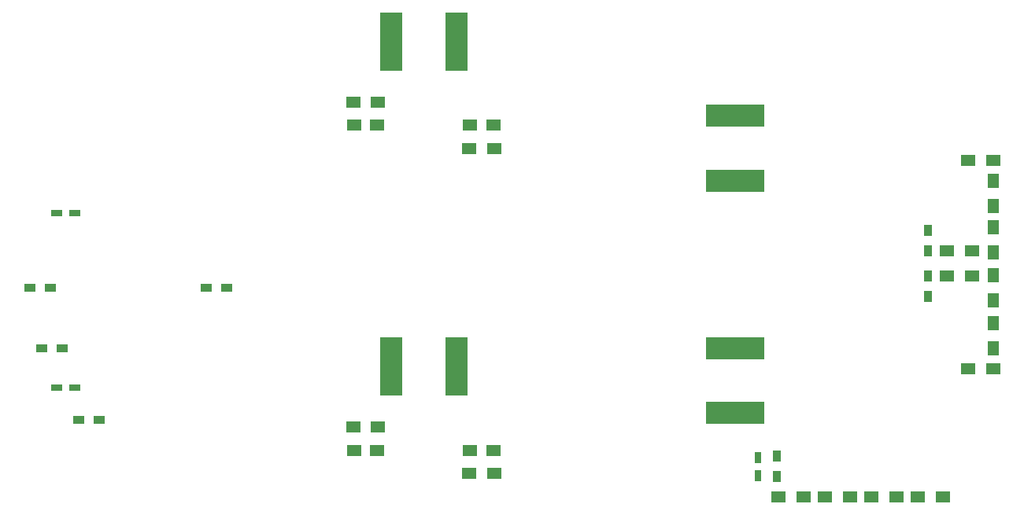
<source format=gbr>
%TF.GenerationSoftware,KiCad,Pcbnew,(5.1.10)-1*%
%TF.CreationDate,2022-06-03T10:18:56+01:00*%
%TF.ProjectId,GTI_V3,4754495f-5633-42e6-9b69-6361645f7063,rev?*%
%TF.SameCoordinates,Original*%
%TF.FileFunction,Paste,Bot*%
%TF.FilePolarity,Positive*%
%FSLAX46Y46*%
G04 Gerber Fmt 4.6, Leading zero omitted, Abs format (unit mm)*
G04 Created by KiCad (PCBNEW (5.1.10)-1) date 2022-06-03 10:18:56*
%MOMM*%
%LPD*%
G01*
G04 APERTURE LIST*
%ADD10R,1.200000X0.900000*%
%ADD11R,1.500000X1.300000*%
%ADD12R,1.500000X1.250000*%
%ADD13R,0.900000X1.200000*%
%ADD14R,0.750000X1.200000*%
%ADD15R,1.200000X0.750000*%
%ADD16R,6.350000X2.400000*%
%ADD17R,2.400000X6.350000*%
%ADD18R,1.300000X1.500000*%
G04 APERTURE END LIST*
D10*
%TO.C,R31*%
X124150000Y-92500000D03*
X126350000Y-92500000D03*
%TD*%
D11*
%TO.C,R25*%
X142600000Y-107500000D03*
X139900000Y-107500000D03*
%TD*%
%TO.C,R22*%
X152400000Y-112500000D03*
X155100000Y-112500000D03*
%TD*%
%TO.C,R7*%
X142600000Y-72500000D03*
X139900000Y-72500000D03*
%TD*%
%TO.C,R4*%
X152400000Y-77500000D03*
X155100000Y-77500000D03*
%TD*%
D12*
%TO.C,C20*%
X142500000Y-110000000D03*
X140000000Y-110000000D03*
%TD*%
%TO.C,C14*%
X152500000Y-110000000D03*
X155000000Y-110000000D03*
%TD*%
%TO.C,C11*%
X142500000Y-75000000D03*
X140000000Y-75000000D03*
%TD*%
%TO.C,C4*%
X152500000Y-75000000D03*
X155000000Y-75000000D03*
%TD*%
D11*
%TO.C,R36*%
X203350000Y-115000000D03*
X200650000Y-115000000D03*
%TD*%
%TO.C,R35*%
X198350000Y-115000000D03*
X195650000Y-115000000D03*
%TD*%
%TO.C,R34*%
X193350000Y-115000000D03*
X190650000Y-115000000D03*
%TD*%
%TO.C,R33*%
X188350000Y-115000000D03*
X185650000Y-115000000D03*
%TD*%
D13*
%TO.C,R32*%
X185500000Y-110650000D03*
X185500000Y-112850000D03*
%TD*%
D14*
%TO.C,C27*%
X183500000Y-112700000D03*
X183500000Y-110800000D03*
%TD*%
D10*
%TO.C,R30*%
X112600000Y-106750000D03*
X110400000Y-106750000D03*
%TD*%
%TO.C,R29*%
X108600000Y-99000000D03*
X106400000Y-99000000D03*
%TD*%
%TO.C,R28*%
X107350000Y-92500000D03*
X105150000Y-92500000D03*
%TD*%
D15*
%TO.C,C26*%
X108050000Y-103250000D03*
X109950000Y-103250000D03*
%TD*%
%TO.C,C22*%
X108050000Y-84500000D03*
X109950000Y-84500000D03*
%TD*%
D16*
%TO.C,C10*%
X181000000Y-81000000D03*
X181000000Y-74000000D03*
%TD*%
%TO.C,C19*%
X181000000Y-106000000D03*
X181000000Y-99000000D03*
%TD*%
D17*
%TO.C,C24*%
X151000000Y-66000000D03*
X144000000Y-66000000D03*
%TD*%
%TO.C,C25*%
X144000000Y-101000000D03*
X151000000Y-101000000D03*
%TD*%
D11*
%TO.C,R18*%
X206050000Y-101250000D03*
X208750000Y-101250000D03*
%TD*%
D18*
%TO.C,R17*%
X208750000Y-99000000D03*
X208750000Y-96300000D03*
%TD*%
%TO.C,R16*%
X208750000Y-93850000D03*
X208750000Y-91150000D03*
%TD*%
D11*
%TO.C,R15*%
X206500000Y-91250000D03*
X203800000Y-91250000D03*
%TD*%
%TO.C,R13*%
X206050000Y-78750000D03*
X208750000Y-78750000D03*
%TD*%
D18*
%TO.C,R12*%
X208750000Y-81000000D03*
X208750000Y-83700000D03*
%TD*%
%TO.C,R11*%
X208750000Y-86000000D03*
X208750000Y-88700000D03*
%TD*%
D11*
%TO.C,R10*%
X206500000Y-88500000D03*
X203800000Y-88500000D03*
%TD*%
D13*
%TO.C,R14*%
X201750000Y-93450000D03*
X201750000Y-91250000D03*
%TD*%
%TO.C,R9*%
X201750000Y-86300000D03*
X201750000Y-88500000D03*
%TD*%
M02*

</source>
